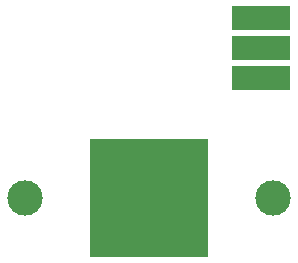
<source format=gbs>
G04 (created by PCBNEW (2012-oct-18)-testing) date Mon 29 Oct 2012 19:12:37 NZDT*
%MOIN*%
G04 Gerber Fmt 3.4, Leading zero omitted, Abs format*
%FSLAX34Y34*%
G01*
G70*
G90*
G04 APERTURE LIST*
%ADD10C,0.006*%
%ADD11R,0.196902X0.0787008*%
%ADD12C,0.11811*%
%ADD13R,0.393701X0.393701*%
G04 APERTURE END LIST*
G54D10*
G54D11*
X57500Y-53500D03*
X57500Y-54500D03*
X57500Y-55500D03*
G54D12*
X49615Y-59500D03*
X57884Y-59500D03*
G54D13*
X53750Y-59500D03*
M02*

</source>
